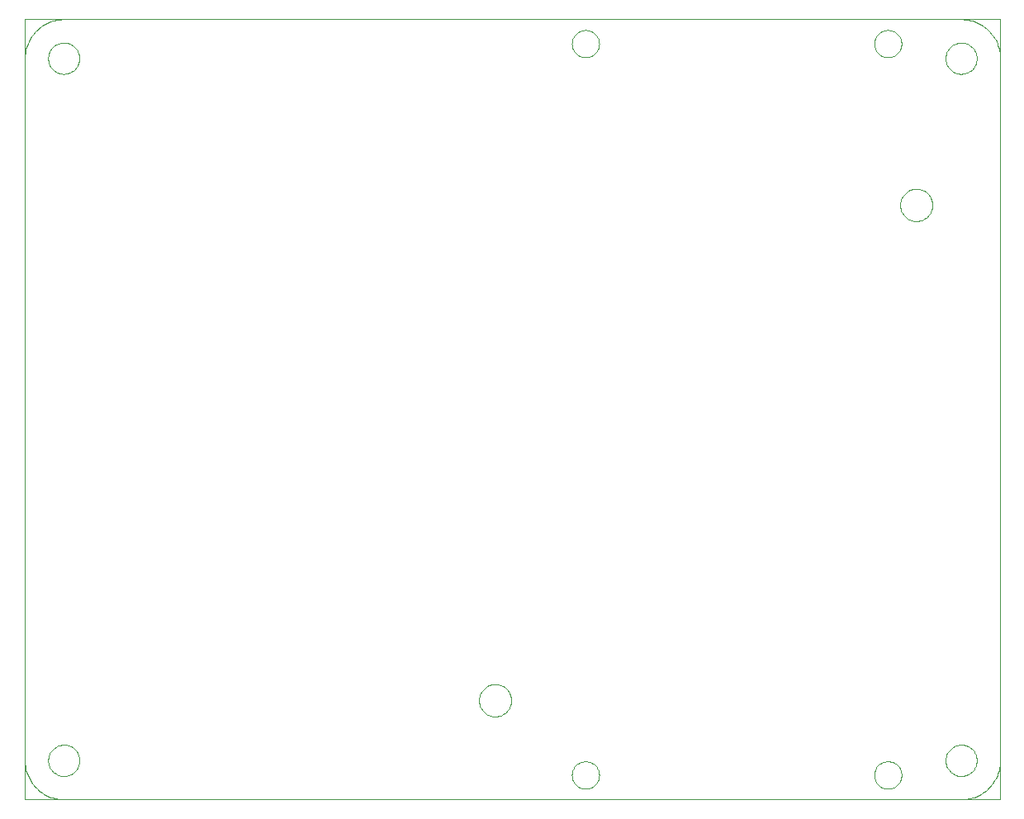
<source format=gtp>
G75*
G70*
%OFA0B0*%
%FSLAX24Y24*%
%IPPOS*%
%LPD*%
%AMOC8*
5,1,8,0,0,1.08239X$1,22.5*
%
%ADD10C,0.0000*%
D10*
X038833Y004752D02*
X038833Y036248D01*
X078203Y036248D01*
X078203Y004752D01*
X038833Y004752D01*
X040423Y004754D02*
X076644Y004754D01*
X040423Y004754D01*
X076644Y004754D01*
X076014Y006329D02*
X076016Y006379D01*
X076022Y006429D01*
X076032Y006478D01*
X076046Y006526D01*
X076063Y006573D01*
X076084Y006618D01*
X076109Y006662D01*
X076137Y006703D01*
X076169Y006742D01*
X076203Y006779D01*
X076240Y006813D01*
X076280Y006843D01*
X076322Y006870D01*
X076366Y006894D01*
X076412Y006915D01*
X076459Y006931D01*
X076507Y006944D01*
X076557Y006953D01*
X076606Y006958D01*
X076657Y006959D01*
X076707Y006956D01*
X076756Y006949D01*
X076805Y006938D01*
X076853Y006923D01*
X076899Y006905D01*
X076944Y006883D01*
X076987Y006857D01*
X077028Y006828D01*
X077067Y006796D01*
X077103Y006761D01*
X077135Y006723D01*
X077165Y006683D01*
X077192Y006640D01*
X077215Y006596D01*
X077234Y006550D01*
X077250Y006502D01*
X077262Y006453D01*
X077270Y006404D01*
X077274Y006354D01*
X077274Y006304D01*
X077270Y006254D01*
X077262Y006205D01*
X077250Y006156D01*
X077234Y006108D01*
X077215Y006062D01*
X077192Y006018D01*
X077165Y005975D01*
X077135Y005935D01*
X077103Y005897D01*
X077067Y005862D01*
X077028Y005830D01*
X076987Y005801D01*
X076944Y005775D01*
X076899Y005753D01*
X076853Y005735D01*
X076805Y005720D01*
X076756Y005709D01*
X076707Y005702D01*
X076657Y005699D01*
X076606Y005700D01*
X076557Y005705D01*
X076507Y005714D01*
X076459Y005727D01*
X076412Y005743D01*
X076366Y005764D01*
X076322Y005788D01*
X076280Y005815D01*
X076240Y005845D01*
X076203Y005879D01*
X076169Y005916D01*
X076137Y005955D01*
X076109Y005996D01*
X076084Y006040D01*
X076063Y006085D01*
X076046Y006132D01*
X076032Y006180D01*
X076022Y006229D01*
X076016Y006279D01*
X076014Y006329D01*
X076644Y004754D02*
X076721Y004756D01*
X076798Y004762D01*
X076875Y004771D01*
X076951Y004784D01*
X077027Y004801D01*
X077101Y004822D01*
X077175Y004846D01*
X077247Y004874D01*
X077317Y004905D01*
X077386Y004940D01*
X077454Y004978D01*
X077519Y005019D01*
X077582Y005064D01*
X077643Y005112D01*
X077702Y005162D01*
X077758Y005215D01*
X077811Y005271D01*
X077861Y005330D01*
X077909Y005391D01*
X077954Y005454D01*
X077995Y005519D01*
X078033Y005587D01*
X078068Y005656D01*
X078099Y005726D01*
X078127Y005798D01*
X078151Y005872D01*
X078172Y005946D01*
X078189Y006022D01*
X078202Y006098D01*
X078211Y006175D01*
X078217Y006252D01*
X078219Y006329D01*
X078218Y006329D02*
X078218Y034676D01*
X078218Y006329D01*
X078218Y034676D01*
X076014Y034676D02*
X076016Y034726D01*
X076022Y034776D01*
X076032Y034825D01*
X076046Y034873D01*
X076063Y034920D01*
X076084Y034965D01*
X076109Y035009D01*
X076137Y035050D01*
X076169Y035089D01*
X076203Y035126D01*
X076240Y035160D01*
X076280Y035190D01*
X076322Y035217D01*
X076366Y035241D01*
X076412Y035262D01*
X076459Y035278D01*
X076507Y035291D01*
X076557Y035300D01*
X076606Y035305D01*
X076657Y035306D01*
X076707Y035303D01*
X076756Y035296D01*
X076805Y035285D01*
X076853Y035270D01*
X076899Y035252D01*
X076944Y035230D01*
X076987Y035204D01*
X077028Y035175D01*
X077067Y035143D01*
X077103Y035108D01*
X077135Y035070D01*
X077165Y035030D01*
X077192Y034987D01*
X077215Y034943D01*
X077234Y034897D01*
X077250Y034849D01*
X077262Y034800D01*
X077270Y034751D01*
X077274Y034701D01*
X077274Y034651D01*
X077270Y034601D01*
X077262Y034552D01*
X077250Y034503D01*
X077234Y034455D01*
X077215Y034409D01*
X077192Y034365D01*
X077165Y034322D01*
X077135Y034282D01*
X077103Y034244D01*
X077067Y034209D01*
X077028Y034177D01*
X076987Y034148D01*
X076944Y034122D01*
X076899Y034100D01*
X076853Y034082D01*
X076805Y034067D01*
X076756Y034056D01*
X076707Y034049D01*
X076657Y034046D01*
X076606Y034047D01*
X076557Y034052D01*
X076507Y034061D01*
X076459Y034074D01*
X076412Y034090D01*
X076366Y034111D01*
X076322Y034135D01*
X076280Y034162D01*
X076240Y034192D01*
X076203Y034226D01*
X076169Y034263D01*
X076137Y034302D01*
X076109Y034343D01*
X076084Y034387D01*
X076063Y034432D01*
X076046Y034479D01*
X076032Y034527D01*
X076022Y034576D01*
X076016Y034626D01*
X076014Y034676D01*
X076644Y036251D02*
X076721Y036249D01*
X076798Y036243D01*
X076875Y036234D01*
X076951Y036221D01*
X077027Y036204D01*
X077101Y036183D01*
X077175Y036159D01*
X077247Y036131D01*
X077317Y036100D01*
X077386Y036065D01*
X077454Y036027D01*
X077519Y035986D01*
X077582Y035941D01*
X077643Y035893D01*
X077702Y035843D01*
X077758Y035790D01*
X077811Y035734D01*
X077861Y035675D01*
X077909Y035614D01*
X077954Y035551D01*
X077995Y035486D01*
X078033Y035418D01*
X078068Y035349D01*
X078099Y035279D01*
X078127Y035207D01*
X078151Y035133D01*
X078172Y035059D01*
X078189Y034983D01*
X078202Y034907D01*
X078211Y034830D01*
X078217Y034753D01*
X078219Y034676D01*
X076014Y034676D02*
X076016Y034726D01*
X076022Y034776D01*
X076032Y034825D01*
X076046Y034873D01*
X076063Y034920D01*
X076084Y034965D01*
X076109Y035009D01*
X076137Y035050D01*
X076169Y035089D01*
X076203Y035126D01*
X076240Y035160D01*
X076280Y035190D01*
X076322Y035217D01*
X076366Y035241D01*
X076412Y035262D01*
X076459Y035278D01*
X076507Y035291D01*
X076557Y035300D01*
X076606Y035305D01*
X076657Y035306D01*
X076707Y035303D01*
X076756Y035296D01*
X076805Y035285D01*
X076853Y035270D01*
X076899Y035252D01*
X076944Y035230D01*
X076987Y035204D01*
X077028Y035175D01*
X077067Y035143D01*
X077103Y035108D01*
X077135Y035070D01*
X077165Y035030D01*
X077192Y034987D01*
X077215Y034943D01*
X077234Y034897D01*
X077250Y034849D01*
X077262Y034800D01*
X077270Y034751D01*
X077274Y034701D01*
X077274Y034651D01*
X077270Y034601D01*
X077262Y034552D01*
X077250Y034503D01*
X077234Y034455D01*
X077215Y034409D01*
X077192Y034365D01*
X077165Y034322D01*
X077135Y034282D01*
X077103Y034244D01*
X077067Y034209D01*
X077028Y034177D01*
X076987Y034148D01*
X076944Y034122D01*
X076899Y034100D01*
X076853Y034082D01*
X076805Y034067D01*
X076756Y034056D01*
X076707Y034049D01*
X076657Y034046D01*
X076606Y034047D01*
X076557Y034052D01*
X076507Y034061D01*
X076459Y034074D01*
X076412Y034090D01*
X076366Y034111D01*
X076322Y034135D01*
X076280Y034162D01*
X076240Y034192D01*
X076203Y034226D01*
X076169Y034263D01*
X076137Y034302D01*
X076109Y034343D01*
X076084Y034387D01*
X076063Y034432D01*
X076046Y034479D01*
X076032Y034527D01*
X076022Y034576D01*
X076016Y034626D01*
X076014Y034676D01*
X076644Y036251D02*
X076721Y036249D01*
X076798Y036243D01*
X076875Y036234D01*
X076951Y036221D01*
X077027Y036204D01*
X077101Y036183D01*
X077175Y036159D01*
X077247Y036131D01*
X077317Y036100D01*
X077386Y036065D01*
X077454Y036027D01*
X077519Y035986D01*
X077582Y035941D01*
X077643Y035893D01*
X077702Y035843D01*
X077758Y035790D01*
X077811Y035734D01*
X077861Y035675D01*
X077909Y035614D01*
X077954Y035551D01*
X077995Y035486D01*
X078033Y035418D01*
X078068Y035349D01*
X078099Y035279D01*
X078127Y035207D01*
X078151Y035133D01*
X078172Y035059D01*
X078189Y034983D01*
X078202Y034907D01*
X078211Y034830D01*
X078217Y034753D01*
X078219Y034676D01*
X076014Y034676D02*
X076016Y034726D01*
X076022Y034776D01*
X076032Y034825D01*
X076046Y034873D01*
X076063Y034920D01*
X076084Y034965D01*
X076109Y035009D01*
X076137Y035050D01*
X076169Y035089D01*
X076203Y035126D01*
X076240Y035160D01*
X076280Y035190D01*
X076322Y035217D01*
X076366Y035241D01*
X076412Y035262D01*
X076459Y035278D01*
X076507Y035291D01*
X076557Y035300D01*
X076606Y035305D01*
X076657Y035306D01*
X076707Y035303D01*
X076756Y035296D01*
X076805Y035285D01*
X076853Y035270D01*
X076899Y035252D01*
X076944Y035230D01*
X076987Y035204D01*
X077028Y035175D01*
X077067Y035143D01*
X077103Y035108D01*
X077135Y035070D01*
X077165Y035030D01*
X077192Y034987D01*
X077215Y034943D01*
X077234Y034897D01*
X077250Y034849D01*
X077262Y034800D01*
X077270Y034751D01*
X077274Y034701D01*
X077274Y034651D01*
X077270Y034601D01*
X077262Y034552D01*
X077250Y034503D01*
X077234Y034455D01*
X077215Y034409D01*
X077192Y034365D01*
X077165Y034322D01*
X077135Y034282D01*
X077103Y034244D01*
X077067Y034209D01*
X077028Y034177D01*
X076987Y034148D01*
X076944Y034122D01*
X076899Y034100D01*
X076853Y034082D01*
X076805Y034067D01*
X076756Y034056D01*
X076707Y034049D01*
X076657Y034046D01*
X076606Y034047D01*
X076557Y034052D01*
X076507Y034061D01*
X076459Y034074D01*
X076412Y034090D01*
X076366Y034111D01*
X076322Y034135D01*
X076280Y034162D01*
X076240Y034192D01*
X076203Y034226D01*
X076169Y034263D01*
X076137Y034302D01*
X076109Y034343D01*
X076084Y034387D01*
X076063Y034432D01*
X076046Y034479D01*
X076032Y034527D01*
X076022Y034576D01*
X076016Y034626D01*
X076014Y034676D01*
X076644Y036251D02*
X076721Y036249D01*
X076798Y036243D01*
X076875Y036234D01*
X076951Y036221D01*
X077027Y036204D01*
X077101Y036183D01*
X077175Y036159D01*
X077247Y036131D01*
X077317Y036100D01*
X077386Y036065D01*
X077454Y036027D01*
X077519Y035986D01*
X077582Y035941D01*
X077643Y035893D01*
X077702Y035843D01*
X077758Y035790D01*
X077811Y035734D01*
X077861Y035675D01*
X077909Y035614D01*
X077954Y035551D01*
X077995Y035486D01*
X078033Y035418D01*
X078068Y035349D01*
X078099Y035279D01*
X078127Y035207D01*
X078151Y035133D01*
X078172Y035059D01*
X078189Y034983D01*
X078202Y034907D01*
X078211Y034830D01*
X078217Y034753D01*
X078219Y034676D01*
X076644Y036250D02*
X040423Y036250D01*
X076644Y036250D01*
X040423Y036250D01*
X039793Y034676D02*
X039795Y034726D01*
X039801Y034776D01*
X039811Y034825D01*
X039825Y034873D01*
X039842Y034920D01*
X039863Y034965D01*
X039888Y035009D01*
X039916Y035050D01*
X039948Y035089D01*
X039982Y035126D01*
X040019Y035160D01*
X040059Y035190D01*
X040101Y035217D01*
X040145Y035241D01*
X040191Y035262D01*
X040238Y035278D01*
X040286Y035291D01*
X040336Y035300D01*
X040385Y035305D01*
X040436Y035306D01*
X040486Y035303D01*
X040535Y035296D01*
X040584Y035285D01*
X040632Y035270D01*
X040678Y035252D01*
X040723Y035230D01*
X040766Y035204D01*
X040807Y035175D01*
X040846Y035143D01*
X040882Y035108D01*
X040914Y035070D01*
X040944Y035030D01*
X040971Y034987D01*
X040994Y034943D01*
X041013Y034897D01*
X041029Y034849D01*
X041041Y034800D01*
X041049Y034751D01*
X041053Y034701D01*
X041053Y034651D01*
X041049Y034601D01*
X041041Y034552D01*
X041029Y034503D01*
X041013Y034455D01*
X040994Y034409D01*
X040971Y034365D01*
X040944Y034322D01*
X040914Y034282D01*
X040882Y034244D01*
X040846Y034209D01*
X040807Y034177D01*
X040766Y034148D01*
X040723Y034122D01*
X040678Y034100D01*
X040632Y034082D01*
X040584Y034067D01*
X040535Y034056D01*
X040486Y034049D01*
X040436Y034046D01*
X040385Y034047D01*
X040336Y034052D01*
X040286Y034061D01*
X040238Y034074D01*
X040191Y034090D01*
X040145Y034111D01*
X040101Y034135D01*
X040059Y034162D01*
X040019Y034192D01*
X039982Y034226D01*
X039948Y034263D01*
X039916Y034302D01*
X039888Y034343D01*
X039863Y034387D01*
X039842Y034432D01*
X039825Y034479D01*
X039811Y034527D01*
X039801Y034576D01*
X039795Y034626D01*
X039793Y034676D01*
X038848Y034676D02*
X038850Y034753D01*
X038856Y034830D01*
X038865Y034907D01*
X038878Y034983D01*
X038895Y035059D01*
X038916Y035133D01*
X038940Y035207D01*
X038968Y035279D01*
X038999Y035349D01*
X039034Y035418D01*
X039072Y035486D01*
X039113Y035551D01*
X039158Y035614D01*
X039206Y035675D01*
X039256Y035734D01*
X039309Y035790D01*
X039365Y035843D01*
X039424Y035893D01*
X039485Y035941D01*
X039548Y035986D01*
X039613Y036027D01*
X039681Y036065D01*
X039750Y036100D01*
X039820Y036131D01*
X039892Y036159D01*
X039966Y036183D01*
X040040Y036204D01*
X040116Y036221D01*
X040192Y036234D01*
X040269Y036243D01*
X040346Y036249D01*
X040423Y036251D01*
X039793Y034676D02*
X039795Y034726D01*
X039801Y034776D01*
X039811Y034825D01*
X039825Y034873D01*
X039842Y034920D01*
X039863Y034965D01*
X039888Y035009D01*
X039916Y035050D01*
X039948Y035089D01*
X039982Y035126D01*
X040019Y035160D01*
X040059Y035190D01*
X040101Y035217D01*
X040145Y035241D01*
X040191Y035262D01*
X040238Y035278D01*
X040286Y035291D01*
X040336Y035300D01*
X040385Y035305D01*
X040436Y035306D01*
X040486Y035303D01*
X040535Y035296D01*
X040584Y035285D01*
X040632Y035270D01*
X040678Y035252D01*
X040723Y035230D01*
X040766Y035204D01*
X040807Y035175D01*
X040846Y035143D01*
X040882Y035108D01*
X040914Y035070D01*
X040944Y035030D01*
X040971Y034987D01*
X040994Y034943D01*
X041013Y034897D01*
X041029Y034849D01*
X041041Y034800D01*
X041049Y034751D01*
X041053Y034701D01*
X041053Y034651D01*
X041049Y034601D01*
X041041Y034552D01*
X041029Y034503D01*
X041013Y034455D01*
X040994Y034409D01*
X040971Y034365D01*
X040944Y034322D01*
X040914Y034282D01*
X040882Y034244D01*
X040846Y034209D01*
X040807Y034177D01*
X040766Y034148D01*
X040723Y034122D01*
X040678Y034100D01*
X040632Y034082D01*
X040584Y034067D01*
X040535Y034056D01*
X040486Y034049D01*
X040436Y034046D01*
X040385Y034047D01*
X040336Y034052D01*
X040286Y034061D01*
X040238Y034074D01*
X040191Y034090D01*
X040145Y034111D01*
X040101Y034135D01*
X040059Y034162D01*
X040019Y034192D01*
X039982Y034226D01*
X039948Y034263D01*
X039916Y034302D01*
X039888Y034343D01*
X039863Y034387D01*
X039842Y034432D01*
X039825Y034479D01*
X039811Y034527D01*
X039801Y034576D01*
X039795Y034626D01*
X039793Y034676D01*
X038848Y034676D02*
X038850Y034753D01*
X038856Y034830D01*
X038865Y034907D01*
X038878Y034983D01*
X038895Y035059D01*
X038916Y035133D01*
X038940Y035207D01*
X038968Y035279D01*
X038999Y035349D01*
X039034Y035418D01*
X039072Y035486D01*
X039113Y035551D01*
X039158Y035614D01*
X039206Y035675D01*
X039256Y035734D01*
X039309Y035790D01*
X039365Y035843D01*
X039424Y035893D01*
X039485Y035941D01*
X039548Y035986D01*
X039613Y036027D01*
X039681Y036065D01*
X039750Y036100D01*
X039820Y036131D01*
X039892Y036159D01*
X039966Y036183D01*
X040040Y036204D01*
X040116Y036221D01*
X040192Y036234D01*
X040269Y036243D01*
X040346Y036249D01*
X040423Y036251D01*
X039793Y034676D02*
X039795Y034726D01*
X039801Y034776D01*
X039811Y034825D01*
X039825Y034873D01*
X039842Y034920D01*
X039863Y034965D01*
X039888Y035009D01*
X039916Y035050D01*
X039948Y035089D01*
X039982Y035126D01*
X040019Y035160D01*
X040059Y035190D01*
X040101Y035217D01*
X040145Y035241D01*
X040191Y035262D01*
X040238Y035278D01*
X040286Y035291D01*
X040336Y035300D01*
X040385Y035305D01*
X040436Y035306D01*
X040486Y035303D01*
X040535Y035296D01*
X040584Y035285D01*
X040632Y035270D01*
X040678Y035252D01*
X040723Y035230D01*
X040766Y035204D01*
X040807Y035175D01*
X040846Y035143D01*
X040882Y035108D01*
X040914Y035070D01*
X040944Y035030D01*
X040971Y034987D01*
X040994Y034943D01*
X041013Y034897D01*
X041029Y034849D01*
X041041Y034800D01*
X041049Y034751D01*
X041053Y034701D01*
X041053Y034651D01*
X041049Y034601D01*
X041041Y034552D01*
X041029Y034503D01*
X041013Y034455D01*
X040994Y034409D01*
X040971Y034365D01*
X040944Y034322D01*
X040914Y034282D01*
X040882Y034244D01*
X040846Y034209D01*
X040807Y034177D01*
X040766Y034148D01*
X040723Y034122D01*
X040678Y034100D01*
X040632Y034082D01*
X040584Y034067D01*
X040535Y034056D01*
X040486Y034049D01*
X040436Y034046D01*
X040385Y034047D01*
X040336Y034052D01*
X040286Y034061D01*
X040238Y034074D01*
X040191Y034090D01*
X040145Y034111D01*
X040101Y034135D01*
X040059Y034162D01*
X040019Y034192D01*
X039982Y034226D01*
X039948Y034263D01*
X039916Y034302D01*
X039888Y034343D01*
X039863Y034387D01*
X039842Y034432D01*
X039825Y034479D01*
X039811Y034527D01*
X039801Y034576D01*
X039795Y034626D01*
X039793Y034676D01*
X038848Y034676D02*
X038850Y034753D01*
X038856Y034830D01*
X038865Y034907D01*
X038878Y034983D01*
X038895Y035059D01*
X038916Y035133D01*
X038940Y035207D01*
X038968Y035279D01*
X038999Y035349D01*
X039034Y035418D01*
X039072Y035486D01*
X039113Y035551D01*
X039158Y035614D01*
X039206Y035675D01*
X039256Y035734D01*
X039309Y035790D01*
X039365Y035843D01*
X039424Y035893D01*
X039485Y035941D01*
X039548Y035986D01*
X039613Y036027D01*
X039681Y036065D01*
X039750Y036100D01*
X039820Y036131D01*
X039892Y036159D01*
X039966Y036183D01*
X040040Y036204D01*
X040116Y036221D01*
X040192Y036234D01*
X040269Y036243D01*
X040346Y036249D01*
X040423Y036251D01*
X038848Y034676D02*
X038848Y006329D01*
X038848Y034676D01*
X038848Y006329D01*
X039793Y006329D02*
X039795Y006379D01*
X039801Y006429D01*
X039811Y006478D01*
X039825Y006526D01*
X039842Y006573D01*
X039863Y006618D01*
X039888Y006662D01*
X039916Y006703D01*
X039948Y006742D01*
X039982Y006779D01*
X040019Y006813D01*
X040059Y006843D01*
X040101Y006870D01*
X040145Y006894D01*
X040191Y006915D01*
X040238Y006931D01*
X040286Y006944D01*
X040336Y006953D01*
X040385Y006958D01*
X040436Y006959D01*
X040486Y006956D01*
X040535Y006949D01*
X040584Y006938D01*
X040632Y006923D01*
X040678Y006905D01*
X040723Y006883D01*
X040766Y006857D01*
X040807Y006828D01*
X040846Y006796D01*
X040882Y006761D01*
X040914Y006723D01*
X040944Y006683D01*
X040971Y006640D01*
X040994Y006596D01*
X041013Y006550D01*
X041029Y006502D01*
X041041Y006453D01*
X041049Y006404D01*
X041053Y006354D01*
X041053Y006304D01*
X041049Y006254D01*
X041041Y006205D01*
X041029Y006156D01*
X041013Y006108D01*
X040994Y006062D01*
X040971Y006018D01*
X040944Y005975D01*
X040914Y005935D01*
X040882Y005897D01*
X040846Y005862D01*
X040807Y005830D01*
X040766Y005801D01*
X040723Y005775D01*
X040678Y005753D01*
X040632Y005735D01*
X040584Y005720D01*
X040535Y005709D01*
X040486Y005702D01*
X040436Y005699D01*
X040385Y005700D01*
X040336Y005705D01*
X040286Y005714D01*
X040238Y005727D01*
X040191Y005743D01*
X040145Y005764D01*
X040101Y005788D01*
X040059Y005815D01*
X040019Y005845D01*
X039982Y005879D01*
X039948Y005916D01*
X039916Y005955D01*
X039888Y005996D01*
X039863Y006040D01*
X039842Y006085D01*
X039825Y006132D01*
X039811Y006180D01*
X039801Y006229D01*
X039795Y006279D01*
X039793Y006329D01*
X038848Y006329D02*
X038850Y006252D01*
X038856Y006175D01*
X038865Y006098D01*
X038878Y006022D01*
X038895Y005946D01*
X038916Y005872D01*
X038940Y005798D01*
X038968Y005726D01*
X038999Y005656D01*
X039034Y005587D01*
X039072Y005519D01*
X039113Y005454D01*
X039158Y005391D01*
X039206Y005330D01*
X039256Y005271D01*
X039309Y005215D01*
X039365Y005162D01*
X039424Y005112D01*
X039485Y005064D01*
X039548Y005019D01*
X039613Y004978D01*
X039681Y004940D01*
X039750Y004905D01*
X039820Y004874D01*
X039892Y004846D01*
X039966Y004822D01*
X040040Y004801D01*
X040116Y004784D01*
X040192Y004771D01*
X040269Y004762D01*
X040346Y004756D01*
X040423Y004754D01*
X039793Y006329D02*
X039795Y006379D01*
X039801Y006429D01*
X039811Y006478D01*
X039825Y006526D01*
X039842Y006573D01*
X039863Y006618D01*
X039888Y006662D01*
X039916Y006703D01*
X039948Y006742D01*
X039982Y006779D01*
X040019Y006813D01*
X040059Y006843D01*
X040101Y006870D01*
X040145Y006894D01*
X040191Y006915D01*
X040238Y006931D01*
X040286Y006944D01*
X040336Y006953D01*
X040385Y006958D01*
X040436Y006959D01*
X040486Y006956D01*
X040535Y006949D01*
X040584Y006938D01*
X040632Y006923D01*
X040678Y006905D01*
X040723Y006883D01*
X040766Y006857D01*
X040807Y006828D01*
X040846Y006796D01*
X040882Y006761D01*
X040914Y006723D01*
X040944Y006683D01*
X040971Y006640D01*
X040994Y006596D01*
X041013Y006550D01*
X041029Y006502D01*
X041041Y006453D01*
X041049Y006404D01*
X041053Y006354D01*
X041053Y006304D01*
X041049Y006254D01*
X041041Y006205D01*
X041029Y006156D01*
X041013Y006108D01*
X040994Y006062D01*
X040971Y006018D01*
X040944Y005975D01*
X040914Y005935D01*
X040882Y005897D01*
X040846Y005862D01*
X040807Y005830D01*
X040766Y005801D01*
X040723Y005775D01*
X040678Y005753D01*
X040632Y005735D01*
X040584Y005720D01*
X040535Y005709D01*
X040486Y005702D01*
X040436Y005699D01*
X040385Y005700D01*
X040336Y005705D01*
X040286Y005714D01*
X040238Y005727D01*
X040191Y005743D01*
X040145Y005764D01*
X040101Y005788D01*
X040059Y005815D01*
X040019Y005845D01*
X039982Y005879D01*
X039948Y005916D01*
X039916Y005955D01*
X039888Y005996D01*
X039863Y006040D01*
X039842Y006085D01*
X039825Y006132D01*
X039811Y006180D01*
X039801Y006229D01*
X039795Y006279D01*
X039793Y006329D01*
X038848Y006329D02*
X038850Y006252D01*
X038856Y006175D01*
X038865Y006098D01*
X038878Y006022D01*
X038895Y005946D01*
X038916Y005872D01*
X038940Y005798D01*
X038968Y005726D01*
X038999Y005656D01*
X039034Y005587D01*
X039072Y005519D01*
X039113Y005454D01*
X039158Y005391D01*
X039206Y005330D01*
X039256Y005271D01*
X039309Y005215D01*
X039365Y005162D01*
X039424Y005112D01*
X039485Y005064D01*
X039548Y005019D01*
X039613Y004978D01*
X039681Y004940D01*
X039750Y004905D01*
X039820Y004874D01*
X039892Y004846D01*
X039966Y004822D01*
X040040Y004801D01*
X040116Y004784D01*
X040192Y004771D01*
X040269Y004762D01*
X040346Y004756D01*
X040423Y004754D01*
X039793Y006329D02*
X039795Y006379D01*
X039801Y006429D01*
X039811Y006478D01*
X039825Y006526D01*
X039842Y006573D01*
X039863Y006618D01*
X039888Y006662D01*
X039916Y006703D01*
X039948Y006742D01*
X039982Y006779D01*
X040019Y006813D01*
X040059Y006843D01*
X040101Y006870D01*
X040145Y006894D01*
X040191Y006915D01*
X040238Y006931D01*
X040286Y006944D01*
X040336Y006953D01*
X040385Y006958D01*
X040436Y006959D01*
X040486Y006956D01*
X040535Y006949D01*
X040584Y006938D01*
X040632Y006923D01*
X040678Y006905D01*
X040723Y006883D01*
X040766Y006857D01*
X040807Y006828D01*
X040846Y006796D01*
X040882Y006761D01*
X040914Y006723D01*
X040944Y006683D01*
X040971Y006640D01*
X040994Y006596D01*
X041013Y006550D01*
X041029Y006502D01*
X041041Y006453D01*
X041049Y006404D01*
X041053Y006354D01*
X041053Y006304D01*
X041049Y006254D01*
X041041Y006205D01*
X041029Y006156D01*
X041013Y006108D01*
X040994Y006062D01*
X040971Y006018D01*
X040944Y005975D01*
X040914Y005935D01*
X040882Y005897D01*
X040846Y005862D01*
X040807Y005830D01*
X040766Y005801D01*
X040723Y005775D01*
X040678Y005753D01*
X040632Y005735D01*
X040584Y005720D01*
X040535Y005709D01*
X040486Y005702D01*
X040436Y005699D01*
X040385Y005700D01*
X040336Y005705D01*
X040286Y005714D01*
X040238Y005727D01*
X040191Y005743D01*
X040145Y005764D01*
X040101Y005788D01*
X040059Y005815D01*
X040019Y005845D01*
X039982Y005879D01*
X039948Y005916D01*
X039916Y005955D01*
X039888Y005996D01*
X039863Y006040D01*
X039842Y006085D01*
X039825Y006132D01*
X039811Y006180D01*
X039801Y006229D01*
X039795Y006279D01*
X039793Y006329D01*
X038848Y006329D02*
X038850Y006252D01*
X038856Y006175D01*
X038865Y006098D01*
X038878Y006022D01*
X038895Y005946D01*
X038916Y005872D01*
X038940Y005798D01*
X038968Y005726D01*
X038999Y005656D01*
X039034Y005587D01*
X039072Y005519D01*
X039113Y005454D01*
X039158Y005391D01*
X039206Y005330D01*
X039256Y005271D01*
X039309Y005215D01*
X039365Y005162D01*
X039424Y005112D01*
X039485Y005064D01*
X039548Y005019D01*
X039613Y004978D01*
X039681Y004940D01*
X039750Y004905D01*
X039820Y004874D01*
X039892Y004846D01*
X039966Y004822D01*
X040040Y004801D01*
X040116Y004784D01*
X040192Y004771D01*
X040269Y004762D01*
X040346Y004756D01*
X040423Y004754D01*
X057183Y008752D02*
X057185Y008802D01*
X057191Y008852D01*
X057201Y008902D01*
X057214Y008950D01*
X057231Y008998D01*
X057252Y009044D01*
X057276Y009088D01*
X057304Y009130D01*
X057335Y009170D01*
X057369Y009207D01*
X057406Y009242D01*
X057445Y009273D01*
X057486Y009302D01*
X057530Y009327D01*
X057576Y009349D01*
X057623Y009367D01*
X057671Y009381D01*
X057720Y009392D01*
X057770Y009399D01*
X057820Y009402D01*
X057871Y009401D01*
X057921Y009396D01*
X057971Y009387D01*
X058019Y009375D01*
X058067Y009358D01*
X058113Y009338D01*
X058158Y009315D01*
X058201Y009288D01*
X058241Y009258D01*
X058279Y009225D01*
X058314Y009189D01*
X058347Y009150D01*
X058376Y009109D01*
X058402Y009066D01*
X058425Y009021D01*
X058444Y008974D01*
X058459Y008926D01*
X058471Y008877D01*
X058479Y008827D01*
X058483Y008777D01*
X058483Y008727D01*
X058479Y008677D01*
X058471Y008627D01*
X058459Y008578D01*
X058444Y008530D01*
X058425Y008483D01*
X058402Y008438D01*
X058376Y008395D01*
X058347Y008354D01*
X058314Y008315D01*
X058279Y008279D01*
X058241Y008246D01*
X058201Y008216D01*
X058158Y008189D01*
X058113Y008166D01*
X058067Y008146D01*
X058019Y008129D01*
X057971Y008117D01*
X057921Y008108D01*
X057871Y008103D01*
X057820Y008102D01*
X057770Y008105D01*
X057720Y008112D01*
X057671Y008123D01*
X057623Y008137D01*
X057576Y008155D01*
X057530Y008177D01*
X057486Y008202D01*
X057445Y008231D01*
X057406Y008262D01*
X057369Y008297D01*
X057335Y008334D01*
X057304Y008374D01*
X057276Y008416D01*
X057252Y008460D01*
X057231Y008506D01*
X057214Y008554D01*
X057201Y008602D01*
X057191Y008652D01*
X057185Y008702D01*
X057183Y008752D01*
X060930Y005739D02*
X060932Y005786D01*
X060938Y005832D01*
X060948Y005878D01*
X060961Y005923D01*
X060979Y005966D01*
X061000Y006008D01*
X061024Y006048D01*
X061052Y006085D01*
X061083Y006120D01*
X061117Y006153D01*
X061153Y006182D01*
X061192Y006208D01*
X061233Y006231D01*
X061276Y006250D01*
X061320Y006266D01*
X061365Y006278D01*
X061411Y006286D01*
X061458Y006290D01*
X061504Y006290D01*
X061551Y006286D01*
X061597Y006278D01*
X061642Y006266D01*
X061686Y006250D01*
X061729Y006231D01*
X061770Y006208D01*
X061809Y006182D01*
X061845Y006153D01*
X061879Y006120D01*
X061910Y006085D01*
X061938Y006048D01*
X061962Y006008D01*
X061983Y005966D01*
X062001Y005923D01*
X062014Y005878D01*
X062024Y005832D01*
X062030Y005786D01*
X062032Y005739D01*
X062030Y005692D01*
X062024Y005646D01*
X062014Y005600D01*
X062001Y005555D01*
X061983Y005512D01*
X061962Y005470D01*
X061938Y005430D01*
X061910Y005393D01*
X061879Y005358D01*
X061845Y005325D01*
X061809Y005296D01*
X061770Y005270D01*
X061729Y005247D01*
X061686Y005228D01*
X061642Y005212D01*
X061597Y005200D01*
X061551Y005192D01*
X061504Y005188D01*
X061458Y005188D01*
X061411Y005192D01*
X061365Y005200D01*
X061320Y005212D01*
X061276Y005228D01*
X061233Y005247D01*
X061192Y005270D01*
X061153Y005296D01*
X061117Y005325D01*
X061083Y005358D01*
X061052Y005393D01*
X061024Y005430D01*
X061000Y005470D01*
X060979Y005512D01*
X060961Y005555D01*
X060948Y005600D01*
X060938Y005646D01*
X060932Y005692D01*
X060930Y005739D01*
X073135Y005739D02*
X073137Y005786D01*
X073143Y005832D01*
X073153Y005878D01*
X073166Y005923D01*
X073184Y005966D01*
X073205Y006008D01*
X073229Y006048D01*
X073257Y006085D01*
X073288Y006120D01*
X073322Y006153D01*
X073358Y006182D01*
X073397Y006208D01*
X073438Y006231D01*
X073481Y006250D01*
X073525Y006266D01*
X073570Y006278D01*
X073616Y006286D01*
X073663Y006290D01*
X073709Y006290D01*
X073756Y006286D01*
X073802Y006278D01*
X073847Y006266D01*
X073891Y006250D01*
X073934Y006231D01*
X073975Y006208D01*
X074014Y006182D01*
X074050Y006153D01*
X074084Y006120D01*
X074115Y006085D01*
X074143Y006048D01*
X074167Y006008D01*
X074188Y005966D01*
X074206Y005923D01*
X074219Y005878D01*
X074229Y005832D01*
X074235Y005786D01*
X074237Y005739D01*
X074235Y005692D01*
X074229Y005646D01*
X074219Y005600D01*
X074206Y005555D01*
X074188Y005512D01*
X074167Y005470D01*
X074143Y005430D01*
X074115Y005393D01*
X074084Y005358D01*
X074050Y005325D01*
X074014Y005296D01*
X073975Y005270D01*
X073934Y005247D01*
X073891Y005228D01*
X073847Y005212D01*
X073802Y005200D01*
X073756Y005192D01*
X073709Y005188D01*
X073663Y005188D01*
X073616Y005192D01*
X073570Y005200D01*
X073525Y005212D01*
X073481Y005228D01*
X073438Y005247D01*
X073397Y005270D01*
X073358Y005296D01*
X073322Y005325D01*
X073288Y005358D01*
X073257Y005393D01*
X073229Y005430D01*
X073205Y005470D01*
X073184Y005512D01*
X073166Y005555D01*
X073153Y005600D01*
X073143Y005646D01*
X073137Y005692D01*
X073135Y005739D01*
X076014Y006329D02*
X076016Y006379D01*
X076022Y006429D01*
X076032Y006478D01*
X076046Y006526D01*
X076063Y006573D01*
X076084Y006618D01*
X076109Y006662D01*
X076137Y006703D01*
X076169Y006742D01*
X076203Y006779D01*
X076240Y006813D01*
X076280Y006843D01*
X076322Y006870D01*
X076366Y006894D01*
X076412Y006915D01*
X076459Y006931D01*
X076507Y006944D01*
X076557Y006953D01*
X076606Y006958D01*
X076657Y006959D01*
X076707Y006956D01*
X076756Y006949D01*
X076805Y006938D01*
X076853Y006923D01*
X076899Y006905D01*
X076944Y006883D01*
X076987Y006857D01*
X077028Y006828D01*
X077067Y006796D01*
X077103Y006761D01*
X077135Y006723D01*
X077165Y006683D01*
X077192Y006640D01*
X077215Y006596D01*
X077234Y006550D01*
X077250Y006502D01*
X077262Y006453D01*
X077270Y006404D01*
X077274Y006354D01*
X077274Y006304D01*
X077270Y006254D01*
X077262Y006205D01*
X077250Y006156D01*
X077234Y006108D01*
X077215Y006062D01*
X077192Y006018D01*
X077165Y005975D01*
X077135Y005935D01*
X077103Y005897D01*
X077067Y005862D01*
X077028Y005830D01*
X076987Y005801D01*
X076944Y005775D01*
X076899Y005753D01*
X076853Y005735D01*
X076805Y005720D01*
X076756Y005709D01*
X076707Y005702D01*
X076657Y005699D01*
X076606Y005700D01*
X076557Y005705D01*
X076507Y005714D01*
X076459Y005727D01*
X076412Y005743D01*
X076366Y005764D01*
X076322Y005788D01*
X076280Y005815D01*
X076240Y005845D01*
X076203Y005879D01*
X076169Y005916D01*
X076137Y005955D01*
X076109Y005996D01*
X076084Y006040D01*
X076063Y006085D01*
X076046Y006132D01*
X076032Y006180D01*
X076022Y006229D01*
X076016Y006279D01*
X076014Y006329D01*
X076644Y004754D02*
X076721Y004756D01*
X076798Y004762D01*
X076875Y004771D01*
X076951Y004784D01*
X077027Y004801D01*
X077101Y004822D01*
X077175Y004846D01*
X077247Y004874D01*
X077317Y004905D01*
X077386Y004940D01*
X077454Y004978D01*
X077519Y005019D01*
X077582Y005064D01*
X077643Y005112D01*
X077702Y005162D01*
X077758Y005215D01*
X077811Y005271D01*
X077861Y005330D01*
X077909Y005391D01*
X077954Y005454D01*
X077995Y005519D01*
X078033Y005587D01*
X078068Y005656D01*
X078099Y005726D01*
X078127Y005798D01*
X078151Y005872D01*
X078172Y005946D01*
X078189Y006022D01*
X078202Y006098D01*
X078211Y006175D01*
X078217Y006252D01*
X078219Y006329D01*
X076014Y006329D02*
X076016Y006379D01*
X076022Y006429D01*
X076032Y006478D01*
X076046Y006526D01*
X076063Y006573D01*
X076084Y006618D01*
X076109Y006662D01*
X076137Y006703D01*
X076169Y006742D01*
X076203Y006779D01*
X076240Y006813D01*
X076280Y006843D01*
X076322Y006870D01*
X076366Y006894D01*
X076412Y006915D01*
X076459Y006931D01*
X076507Y006944D01*
X076557Y006953D01*
X076606Y006958D01*
X076657Y006959D01*
X076707Y006956D01*
X076756Y006949D01*
X076805Y006938D01*
X076853Y006923D01*
X076899Y006905D01*
X076944Y006883D01*
X076987Y006857D01*
X077028Y006828D01*
X077067Y006796D01*
X077103Y006761D01*
X077135Y006723D01*
X077165Y006683D01*
X077192Y006640D01*
X077215Y006596D01*
X077234Y006550D01*
X077250Y006502D01*
X077262Y006453D01*
X077270Y006404D01*
X077274Y006354D01*
X077274Y006304D01*
X077270Y006254D01*
X077262Y006205D01*
X077250Y006156D01*
X077234Y006108D01*
X077215Y006062D01*
X077192Y006018D01*
X077165Y005975D01*
X077135Y005935D01*
X077103Y005897D01*
X077067Y005862D01*
X077028Y005830D01*
X076987Y005801D01*
X076944Y005775D01*
X076899Y005753D01*
X076853Y005735D01*
X076805Y005720D01*
X076756Y005709D01*
X076707Y005702D01*
X076657Y005699D01*
X076606Y005700D01*
X076557Y005705D01*
X076507Y005714D01*
X076459Y005727D01*
X076412Y005743D01*
X076366Y005764D01*
X076322Y005788D01*
X076280Y005815D01*
X076240Y005845D01*
X076203Y005879D01*
X076169Y005916D01*
X076137Y005955D01*
X076109Y005996D01*
X076084Y006040D01*
X076063Y006085D01*
X076046Y006132D01*
X076032Y006180D01*
X076022Y006229D01*
X076016Y006279D01*
X076014Y006329D01*
X076644Y004754D02*
X076721Y004756D01*
X076798Y004762D01*
X076875Y004771D01*
X076951Y004784D01*
X077027Y004801D01*
X077101Y004822D01*
X077175Y004846D01*
X077247Y004874D01*
X077317Y004905D01*
X077386Y004940D01*
X077454Y004978D01*
X077519Y005019D01*
X077582Y005064D01*
X077643Y005112D01*
X077702Y005162D01*
X077758Y005215D01*
X077811Y005271D01*
X077861Y005330D01*
X077909Y005391D01*
X077954Y005454D01*
X077995Y005519D01*
X078033Y005587D01*
X078068Y005656D01*
X078099Y005726D01*
X078127Y005798D01*
X078151Y005872D01*
X078172Y005946D01*
X078189Y006022D01*
X078202Y006098D01*
X078211Y006175D01*
X078217Y006252D01*
X078219Y006329D01*
X074183Y028752D02*
X074185Y028802D01*
X074191Y028852D01*
X074201Y028902D01*
X074214Y028950D01*
X074231Y028998D01*
X074252Y029044D01*
X074276Y029088D01*
X074304Y029130D01*
X074335Y029170D01*
X074369Y029207D01*
X074406Y029242D01*
X074445Y029273D01*
X074486Y029302D01*
X074530Y029327D01*
X074576Y029349D01*
X074623Y029367D01*
X074671Y029381D01*
X074720Y029392D01*
X074770Y029399D01*
X074820Y029402D01*
X074871Y029401D01*
X074921Y029396D01*
X074971Y029387D01*
X075019Y029375D01*
X075067Y029358D01*
X075113Y029338D01*
X075158Y029315D01*
X075201Y029288D01*
X075241Y029258D01*
X075279Y029225D01*
X075314Y029189D01*
X075347Y029150D01*
X075376Y029109D01*
X075402Y029066D01*
X075425Y029021D01*
X075444Y028974D01*
X075459Y028926D01*
X075471Y028877D01*
X075479Y028827D01*
X075483Y028777D01*
X075483Y028727D01*
X075479Y028677D01*
X075471Y028627D01*
X075459Y028578D01*
X075444Y028530D01*
X075425Y028483D01*
X075402Y028438D01*
X075376Y028395D01*
X075347Y028354D01*
X075314Y028315D01*
X075279Y028279D01*
X075241Y028246D01*
X075201Y028216D01*
X075158Y028189D01*
X075113Y028166D01*
X075067Y028146D01*
X075019Y028129D01*
X074971Y028117D01*
X074921Y028108D01*
X074871Y028103D01*
X074820Y028102D01*
X074770Y028105D01*
X074720Y028112D01*
X074671Y028123D01*
X074623Y028137D01*
X074576Y028155D01*
X074530Y028177D01*
X074486Y028202D01*
X074445Y028231D01*
X074406Y028262D01*
X074369Y028297D01*
X074335Y028334D01*
X074304Y028374D01*
X074276Y028416D01*
X074252Y028460D01*
X074231Y028506D01*
X074214Y028554D01*
X074201Y028602D01*
X074191Y028652D01*
X074185Y028702D01*
X074183Y028752D01*
X073135Y035266D02*
X073137Y035313D01*
X073143Y035359D01*
X073153Y035405D01*
X073166Y035450D01*
X073184Y035493D01*
X073205Y035535D01*
X073229Y035575D01*
X073257Y035612D01*
X073288Y035647D01*
X073322Y035680D01*
X073358Y035709D01*
X073397Y035735D01*
X073438Y035758D01*
X073481Y035777D01*
X073525Y035793D01*
X073570Y035805D01*
X073616Y035813D01*
X073663Y035817D01*
X073709Y035817D01*
X073756Y035813D01*
X073802Y035805D01*
X073847Y035793D01*
X073891Y035777D01*
X073934Y035758D01*
X073975Y035735D01*
X074014Y035709D01*
X074050Y035680D01*
X074084Y035647D01*
X074115Y035612D01*
X074143Y035575D01*
X074167Y035535D01*
X074188Y035493D01*
X074206Y035450D01*
X074219Y035405D01*
X074229Y035359D01*
X074235Y035313D01*
X074237Y035266D01*
X074235Y035219D01*
X074229Y035173D01*
X074219Y035127D01*
X074206Y035082D01*
X074188Y035039D01*
X074167Y034997D01*
X074143Y034957D01*
X074115Y034920D01*
X074084Y034885D01*
X074050Y034852D01*
X074014Y034823D01*
X073975Y034797D01*
X073934Y034774D01*
X073891Y034755D01*
X073847Y034739D01*
X073802Y034727D01*
X073756Y034719D01*
X073709Y034715D01*
X073663Y034715D01*
X073616Y034719D01*
X073570Y034727D01*
X073525Y034739D01*
X073481Y034755D01*
X073438Y034774D01*
X073397Y034797D01*
X073358Y034823D01*
X073322Y034852D01*
X073288Y034885D01*
X073257Y034920D01*
X073229Y034957D01*
X073205Y034997D01*
X073184Y035039D01*
X073166Y035082D01*
X073153Y035127D01*
X073143Y035173D01*
X073137Y035219D01*
X073135Y035266D01*
X060930Y035266D02*
X060932Y035313D01*
X060938Y035359D01*
X060948Y035405D01*
X060961Y035450D01*
X060979Y035493D01*
X061000Y035535D01*
X061024Y035575D01*
X061052Y035612D01*
X061083Y035647D01*
X061117Y035680D01*
X061153Y035709D01*
X061192Y035735D01*
X061233Y035758D01*
X061276Y035777D01*
X061320Y035793D01*
X061365Y035805D01*
X061411Y035813D01*
X061458Y035817D01*
X061504Y035817D01*
X061551Y035813D01*
X061597Y035805D01*
X061642Y035793D01*
X061686Y035777D01*
X061729Y035758D01*
X061770Y035735D01*
X061809Y035709D01*
X061845Y035680D01*
X061879Y035647D01*
X061910Y035612D01*
X061938Y035575D01*
X061962Y035535D01*
X061983Y035493D01*
X062001Y035450D01*
X062014Y035405D01*
X062024Y035359D01*
X062030Y035313D01*
X062032Y035266D01*
X062030Y035219D01*
X062024Y035173D01*
X062014Y035127D01*
X062001Y035082D01*
X061983Y035039D01*
X061962Y034997D01*
X061938Y034957D01*
X061910Y034920D01*
X061879Y034885D01*
X061845Y034852D01*
X061809Y034823D01*
X061770Y034797D01*
X061729Y034774D01*
X061686Y034755D01*
X061642Y034739D01*
X061597Y034727D01*
X061551Y034719D01*
X061504Y034715D01*
X061458Y034715D01*
X061411Y034719D01*
X061365Y034727D01*
X061320Y034739D01*
X061276Y034755D01*
X061233Y034774D01*
X061192Y034797D01*
X061153Y034823D01*
X061117Y034852D01*
X061083Y034885D01*
X061052Y034920D01*
X061024Y034957D01*
X061000Y034997D01*
X060979Y035039D01*
X060961Y035082D01*
X060948Y035127D01*
X060938Y035173D01*
X060932Y035219D01*
X060930Y035266D01*
M02*

</source>
